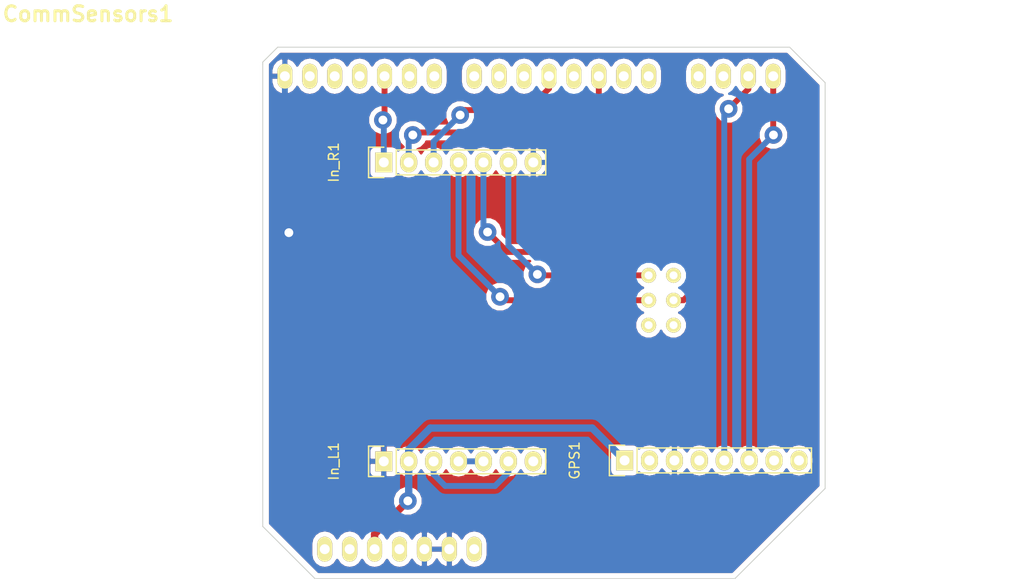
<source format=kicad_pcb>
(kicad_pcb (version 4) (host pcbnew 4.0.2+e4-6225~38~ubuntu15.10.1-stable)

  (general
    (links 17)
    (no_connects 0)
    (area 145.826414 46.1296 250.491601 105.523501)
    (thickness 1.6)
    (drawings 11)
    (tracks 69)
    (zones 0)
    (modules 4)
    (nets 13)
  )

  (page A4)
  (layers
    (0 F.Cu signal)
    (31 B.Cu signal)
    (32 B.Adhes user)
    (33 F.Adhes user)
    (34 B.Paste user)
    (35 F.Paste user)
    (36 B.SilkS user)
    (37 F.SilkS user)
    (38 B.Mask user)
    (39 F.Mask user)
    (40 Dwgs.User user)
    (41 Cmts.User user)
    (42 Eco1.User user)
    (43 Eco2.User user)
    (44 Edge.Cuts user)
    (45 Margin user)
    (46 B.CrtYd user)
    (47 F.CrtYd user)
    (48 B.Fab user)
    (49 F.Fab user)
  )

  (setup
    (last_trace_width 0.6)
    (trace_clearance 0.2)
    (zone_clearance 0.508)
    (zone_45_only no)
    (trace_min 0.2)
    (segment_width 0.2)
    (edge_width 0.1)
    (via_size 1.8)
    (via_drill 0.9)
    (via_min_size 0.4)
    (via_min_drill 0.3)
    (uvia_size 0.3)
    (uvia_drill 0.1)
    (uvias_allowed no)
    (uvia_min_size 0.2)
    (uvia_min_drill 0.1)
    (pcb_text_width 0.3)
    (pcb_text_size 1.5 1.5)
    (mod_edge_width 0.15)
    (mod_text_size 1 1)
    (mod_text_width 0.15)
    (pad_size 3.175 3.175)
    (pad_drill 3.175)
    (pad_to_mask_clearance 0)
    (aux_axis_origin 0 0)
    (visible_elements FFFFFF7F)
    (pcbplotparams
      (layerselection 0x010f0_80000001)
      (usegerberextensions true)
      (excludeedgelayer true)
      (linewidth 0.100000)
      (plotframeref false)
      (viasonmask false)
      (mode 1)
      (useauxorigin false)
      (hpglpennumber 1)
      (hpglpenspeed 20)
      (hpglpendiameter 15)
      (hpglpenoverlay 2)
      (psnegative false)
      (psa4output false)
      (plotreference true)
      (plotvalue true)
      (plotinvisibletext false)
      (padsonsilk false)
      (subtractmaskfromsilk false)
      (outputformat 1)
      (mirror false)
      (drillshape 0)
      (scaleselection 1)
      (outputdirectory Gerber/))
  )

  (net 0 "")
  (net 1 /RX)
  (net 2 /TX)
  (net 3 GND)
  (net 4 /3V3)
  (net 5 /NIRQ)
  (net 6 /NSEL)
  (net 7 /SDN)
  (net 8 /SDO)
  (net 9 /SCK)
  (net 10 /SDI)
  (net 11 /GPIO_1)
  (net 12 /GPIO_0)

  (net_class Default "This is the default net class."
    (clearance 0.2)
    (trace_width 0.6)
    (via_dia 1.8)
    (via_drill 0.9)
    (uvia_dia 0.3)
    (uvia_drill 0.1)
    (add_net /GPIO_0)
    (add_net /GPIO_1)
    (add_net /NIRQ)
    (add_net /NSEL)
    (add_net /RX)
    (add_net /SCK)
    (add_net /SDI)
    (add_net /SDN)
    (add_net /SDO)
    (add_net /TX)
    (add_net GND)
  )

  (net_class POWER ""
    (clearance 0.2)
    (trace_width 0.75)
    (via_dia 1.8)
    (via_drill 0.9)
    (uvia_dia 0.3)
    (uvia_drill 0.1)
    (add_net /3V3)
  )

  (module FT:ARDUINO_DUE_SHIELD locked (layer F.Cu) (tedit 574C904E) (tstamp 572FD36A)
    (at 148.5011 105.0036)
    (descr http://www.thingiverse.com/thing:9630)
    (path /572FAF38)
    (fp_text reference CommSensors1 (at 6.35 -57.15) (layer F.SilkS)
      (effects (font (thickness 0.3048)))
    )
    (fp_text value ARDUINO_DUE_SHIELD (at 13.97 -54.61) (layer F.SilkS) hide
      (effects (font (thickness 0.3048)))
    )
    (fp_line (start 0 -12.7) (end 12.065 -12.7) (layer Cmts.User) (width 0.127))
    (fp_line (start 12.065 -12.7) (end 12.065 0) (layer Cmts.User) (width 0.127))
    (fp_line (start 99.06 0) (end 0 0) (layer Cmts.User) (width 0.381))
    (fp_line (start 97.79 -53.34) (end 0 -53.34) (layer Cmts.User) (width 0.381))
    (fp_line (start 99.06 -40.64) (end 99.06 -52.07) (layer Cmts.User) (width 0.381))
    (fp_line (start 99.06 -52.07) (end 97.79 -53.34) (layer Cmts.User) (width 0.381))
    (fp_line (start 0 0) (end 0 -53.34) (layer Cmts.User) (width 0.381))
    (fp_line (start 99.06 -40.64) (end 101.6 -38.1) (layer Cmts.User) (width 0.381))
    (fp_line (start 101.6 -38.1) (end 101.6 -5.08) (layer Cmts.User) (width 0.381))
    (fp_line (start 101.6 -5.08) (end 99.06 -2.54) (layer Cmts.User) (width 0.381))
    (fp_line (start 99.06 -2.54) (end 99.06 0) (layer Cmts.User) (width 0.381))
    (pad 14 thru_hole oval (at 68.58 -50.8 90) (size 2.54 1.524) (drill 1.016) (layers *.Cu *.Mask F.SilkS))
    (pad 15 thru_hole oval (at 71.12 -50.8 90) (size 2.54 1.524) (drill 1.016) (layers *.Cu *.Mask F.SilkS))
    (pad 16 thru_hole oval (at 73.66 -50.8 90) (size 2.54 1.524) (drill 1.016) (layers *.Cu *.Mask F.SilkS)
      (net 1 /RX))
    (pad 17 thru_hole oval (at 76.2 -50.8 90) (size 2.54 1.524) (drill 1.016) (layers *.Cu *.Mask F.SilkS)
      (net 2 /TX))
    (pad V_IN thru_hole oval (at 45.72 -2.54 90) (size 2.54 1.524) (drill 1.016) (layers *.Cu *.Mask F.SilkS))
    (pad GND2 thru_hole oval (at 43.18 -2.54 90) (size 2.54 1.524) (drill 1.016) (layers *.Cu *.Mask F.SilkS)
      (net 3 GND))
    (pad GND1 thru_hole oval (at 40.64 -2.54 90) (size 2.54 1.524) (drill 1.016) (layers *.Cu *.Mask F.SilkS)
      (net 3 GND))
    (pad 3V3 thru_hole oval (at 35.56 -2.54 90) (size 2.54 1.524) (drill 1.016) (layers *.Cu *.Mask F.SilkS)
      (net 4 /3V3))
    (pad RST thru_hole oval (at 33.02 -2.54 90) (size 2.54 1.524) (drill 1.016) (layers *.Cu *.Mask F.SilkS))
    (pad 0 thru_hole oval (at 63.5 -50.8 90) (size 2.54 1.524) (drill 1.016) (layers *.Cu *.Mask F.SilkS))
    (pad 1 thru_hole oval (at 60.96 -50.8 90) (size 2.54 1.524) (drill 1.016) (layers *.Cu *.Mask F.SilkS))
    (pad 2 thru_hole oval (at 58.42 -50.8 90) (size 2.54 1.524) (drill 1.016) (layers *.Cu *.Mask F.SilkS)
      (net 5 /NIRQ))
    (pad 3 thru_hole oval (at 55.88 -50.8 90) (size 2.54 1.524) (drill 1.016) (layers *.Cu *.Mask F.SilkS))
    (pad 4 thru_hole oval (at 53.34 -50.8 90) (size 2.54 1.524) (drill 1.016) (layers *.Cu *.Mask F.SilkS)
      (net 6 /NSEL))
    (pad 5 thru_hole oval (at 50.8 -50.8 90) (size 2.54 1.524) (drill 1.016) (layers *.Cu *.Mask F.SilkS))
    (pad 6 thru_hole oval (at 48.26 -50.8 90) (size 2.54 1.524) (drill 1.016) (layers *.Cu *.Mask F.SilkS))
    (pad 7 thru_hole oval (at 45.72 -50.8 90) (size 2.54 1.524) (drill 1.016) (layers *.Cu *.Mask F.SilkS))
    (pad 8 thru_hole oval (at 41.656 -50.8 90) (size 2.54 1.524) (drill 1.016) (layers *.Cu *.Mask F.SilkS))
    (pad 9 thru_hole oval (at 39.116 -50.8 90) (size 2.54 1.524) (drill 1.016) (layers *.Cu *.Mask F.SilkS))
    (pad 10 thru_hole oval (at 36.576 -50.8 90) (size 2.54 1.524) (drill 1.016) (layers *.Cu *.Mask F.SilkS)
      (net 7 /SDN))
    (pad 11 thru_hole oval (at 34.036 -50.8 90) (size 2.54 1.524) (drill 1.016) (layers *.Cu *.Mask F.SilkS))
    (pad 12 thru_hole oval (at 31.496 -50.8 90) (size 2.54 1.524) (drill 1.016) (layers *.Cu *.Mask F.SilkS))
    (pad 13 thru_hole oval (at 28.956 -50.8 90) (size 2.54 1.524) (drill 1.016) (layers *.Cu *.Mask F.SilkS))
    (pad GND3 thru_hole oval (at 26.416 -50.8 90) (size 2.54 1.524) (drill 1.016) (layers *.Cu *.Mask F.SilkS)
      (net 3 GND))
    (pad 5V thru_hole oval (at 38.1 -2.54 90) (size 2.54 1.524) (drill 1.016) (layers *.Cu *.Mask F.SilkS))
    (pad SP1 thru_hole circle (at 63.5 -30.48) (size 1.524 1.524) (drill 0.8128) (layers *.Cu *.Mask F.SilkS)
      (net 8 /SDO))
    (pad SP2 thru_hole circle (at 66.04 -30.48) (size 1.524 1.524) (drill 0.8128) (layers *.Cu *.Mask F.SilkS))
    (pad SP3 thru_hole circle (at 63.5 -27.94) (size 1.524 1.524) (drill 0.8128) (layers *.Cu *.Mask F.SilkS)
      (net 9 /SCK))
    (pad SP4 thru_hole circle (at 66.04 -27.94) (size 1.524 1.524) (drill 0.8128) (layers *.Cu *.Mask F.SilkS)
      (net 10 /SDI))
    (pad SP5 thru_hole circle (at 63.5 -25.4) (size 1.524 1.524) (drill 0.8128) (layers *.Cu *.Mask F.SilkS))
    (pad SP6 thru_hole circle (at 66.04 -25.4) (size 1.524 1.524) (drill 0.8128) (layers *.Cu *.Mask F.SilkS))
    (pad IO_R thru_hole oval (at 30.48 -2.54 90) (size 2.54 1.524) (drill 1.016) (layers *.Cu *.Mask F.SilkS))
    (model packages3d\nick\ArduinoMegaShield.wrl
      (at (xyz 0 0 0))
      (scale (xyz 1 1 1))
      (rotate (xyz 0 0 0))
    )
  )

  (module Pin_Headers:Pin_Header_Straight_1x07 (layer F.Cu) (tedit 0) (tstamp 572FD375)
    (at 185 93.5 90)
    (descr "Through hole pin header")
    (tags "pin header")
    (path /564F8AED)
    (fp_text reference In_L1 (at 0 -5.1 90) (layer F.SilkS)
      (effects (font (size 1 1) (thickness 0.15)))
    )
    (fp_text value CONN_01X07 (at 0 -3.1 90) (layer F.Fab)
      (effects (font (size 1 1) (thickness 0.15)))
    )
    (fp_line (start -1.75 -1.75) (end -1.75 17) (layer F.CrtYd) (width 0.05))
    (fp_line (start 1.75 -1.75) (end 1.75 17) (layer F.CrtYd) (width 0.05))
    (fp_line (start -1.75 -1.75) (end 1.75 -1.75) (layer F.CrtYd) (width 0.05))
    (fp_line (start -1.75 17) (end 1.75 17) (layer F.CrtYd) (width 0.05))
    (fp_line (start 1.27 1.27) (end 1.27 16.51) (layer F.SilkS) (width 0.15))
    (fp_line (start 1.27 16.51) (end -1.27 16.51) (layer F.SilkS) (width 0.15))
    (fp_line (start -1.27 16.51) (end -1.27 1.27) (layer F.SilkS) (width 0.15))
    (fp_line (start 1.55 -1.55) (end 1.55 0) (layer F.SilkS) (width 0.15))
    (fp_line (start 1.27 1.27) (end -1.27 1.27) (layer F.SilkS) (width 0.15))
    (fp_line (start -1.55 0) (end -1.55 -1.55) (layer F.SilkS) (width 0.15))
    (fp_line (start -1.55 -1.55) (end 1.55 -1.55) (layer F.SilkS) (width 0.15))
    (pad 1 thru_hole rect (at 0 0 90) (size 2.032 1.7272) (drill 1.016) (layers *.Cu *.Mask F.SilkS)
      (net 3 GND))
    (pad 2 thru_hole oval (at 0 2.54 90) (size 2.032 1.7272) (drill 1.016) (layers *.Cu *.Mask F.SilkS)
      (net 4 /3V3))
    (pad 3 thru_hole oval (at 0 5.08 90) (size 2.032 1.7272) (drill 1.016) (layers *.Cu *.Mask F.SilkS)
      (net 11 /GPIO_1))
    (pad 4 thru_hole oval (at 0 7.62 90) (size 2.032 1.7272) (drill 1.016) (layers *.Cu *.Mask F.SilkS)
      (net 12 /GPIO_0))
    (pad 5 thru_hole oval (at 0 10.16 90) (size 2.032 1.7272) (drill 1.016) (layers *.Cu *.Mask F.SilkS)
      (net 12 /GPIO_0))
    (pad 6 thru_hole oval (at 0 12.7 90) (size 2.032 1.7272) (drill 1.016) (layers *.Cu *.Mask F.SilkS)
      (net 11 /GPIO_1))
    (pad 7 thru_hole oval (at 0 15.24 90) (size 2.032 1.7272) (drill 1.016) (layers *.Cu *.Mask F.SilkS))
    (model Pin_Headers.3dshapes/Pin_Header_Straight_1x07.wrl
      (at (xyz 0 -0.3 0))
      (scale (xyz 1 1 1))
      (rotate (xyz 0 0 90))
    )
  )

  (module Pin_Headers:Pin_Header_Straight_1x07 (layer F.Cu) (tedit 0) (tstamp 572FD380)
    (at 185 63 90)
    (descr "Through hole pin header")
    (tags "pin header")
    (path /564F8A95)
    (fp_text reference In_R1 (at 0 -5.1 90) (layer F.SilkS)
      (effects (font (size 1 1) (thickness 0.15)))
    )
    (fp_text value CONN_01X07 (at 0 -3.1 90) (layer F.Fab)
      (effects (font (size 1 1) (thickness 0.15)))
    )
    (fp_line (start -1.75 -1.75) (end -1.75 17) (layer F.CrtYd) (width 0.05))
    (fp_line (start 1.75 -1.75) (end 1.75 17) (layer F.CrtYd) (width 0.05))
    (fp_line (start -1.75 -1.75) (end 1.75 -1.75) (layer F.CrtYd) (width 0.05))
    (fp_line (start -1.75 17) (end 1.75 17) (layer F.CrtYd) (width 0.05))
    (fp_line (start 1.27 1.27) (end 1.27 16.51) (layer F.SilkS) (width 0.15))
    (fp_line (start 1.27 16.51) (end -1.27 16.51) (layer F.SilkS) (width 0.15))
    (fp_line (start -1.27 16.51) (end -1.27 1.27) (layer F.SilkS) (width 0.15))
    (fp_line (start 1.55 -1.55) (end 1.55 0) (layer F.SilkS) (width 0.15))
    (fp_line (start 1.27 1.27) (end -1.27 1.27) (layer F.SilkS) (width 0.15))
    (fp_line (start -1.55 0) (end -1.55 -1.55) (layer F.SilkS) (width 0.15))
    (fp_line (start -1.55 -1.55) (end 1.55 -1.55) (layer F.SilkS) (width 0.15))
    (pad 1 thru_hole rect (at 0 0 90) (size 2.032 1.7272) (drill 1.016) (layers *.Cu *.Mask F.SilkS)
      (net 7 /SDN))
    (pad 2 thru_hole oval (at 0 2.54 90) (size 2.032 1.7272) (drill 1.016) (layers *.Cu *.Mask F.SilkS)
      (net 5 /NIRQ))
    (pad 3 thru_hole oval (at 0 5.08 90) (size 2.032 1.7272) (drill 1.016) (layers *.Cu *.Mask F.SilkS)
      (net 6 /NSEL))
    (pad 4 thru_hole oval (at 0 7.62 90) (size 2.032 1.7272) (drill 1.016) (layers *.Cu *.Mask F.SilkS)
      (net 9 /SCK))
    (pad 5 thru_hole oval (at 0 10.16 90) (size 2.032 1.7272) (drill 1.016) (layers *.Cu *.Mask F.SilkS)
      (net 10 /SDI))
    (pad 6 thru_hole oval (at 0 12.7 90) (size 2.032 1.7272) (drill 1.016) (layers *.Cu *.Mask F.SilkS)
      (net 8 /SDO))
    (pad 7 thru_hole oval (at 0 15.24 90) (size 2.032 1.7272) (drill 1.016) (layers *.Cu *.Mask F.SilkS)
      (net 3 GND))
    (model Pin_Headers.3dshapes/Pin_Header_Straight_1x07.wrl
      (at (xyz 0 -0.3 0))
      (scale (xyz 1 1 1))
      (rotate (xyz 0 0 90))
    )
  )

  (module Pin_Headers:Pin_Header_Straight_1x08 (layer F.Cu) (tedit 0) (tstamp 572FD45F)
    (at 209.55 93.4085 90)
    (descr "Through hole pin header")
    (tags "pin header")
    (path /572FB51D)
    (fp_text reference GPS1 (at 0 -5.1 90) (layer F.SilkS)
      (effects (font (size 1 1) (thickness 0.15)))
    )
    (fp_text value CONN_01X08 (at 0 -3.1 90) (layer F.Fab)
      (effects (font (size 1 1) (thickness 0.15)))
    )
    (fp_line (start -1.75 -1.75) (end -1.75 19.55) (layer F.CrtYd) (width 0.05))
    (fp_line (start 1.75 -1.75) (end 1.75 19.55) (layer F.CrtYd) (width 0.05))
    (fp_line (start -1.75 -1.75) (end 1.75 -1.75) (layer F.CrtYd) (width 0.05))
    (fp_line (start -1.75 19.55) (end 1.75 19.55) (layer F.CrtYd) (width 0.05))
    (fp_line (start 1.27 1.27) (end 1.27 19.05) (layer F.SilkS) (width 0.15))
    (fp_line (start 1.27 19.05) (end -1.27 19.05) (layer F.SilkS) (width 0.15))
    (fp_line (start -1.27 19.05) (end -1.27 1.27) (layer F.SilkS) (width 0.15))
    (fp_line (start 1.55 -1.55) (end 1.55 0) (layer F.SilkS) (width 0.15))
    (fp_line (start 1.27 1.27) (end -1.27 1.27) (layer F.SilkS) (width 0.15))
    (fp_line (start -1.55 0) (end -1.55 -1.55) (layer F.SilkS) (width 0.15))
    (fp_line (start -1.55 -1.55) (end 1.55 -1.55) (layer F.SilkS) (width 0.15))
    (pad 1 thru_hole rect (at 0 0 90) (size 2.032 1.7272) (drill 1.016) (layers *.Cu *.Mask F.SilkS)
      (net 4 /3V3))
    (pad 2 thru_hole oval (at 0 2.54 90) (size 2.032 1.7272) (drill 1.016) (layers *.Cu *.Mask F.SilkS))
    (pad 3 thru_hole oval (at 0 5.08 90) (size 2.032 1.7272) (drill 1.016) (layers *.Cu *.Mask F.SilkS)
      (net 3 GND))
    (pad 4 thru_hole oval (at 0 7.62 90) (size 2.032 1.7272) (drill 1.016) (layers *.Cu *.Mask F.SilkS))
    (pad 5 thru_hole oval (at 0 10.16 90) (size 2.032 1.7272) (drill 1.016) (layers *.Cu *.Mask F.SilkS)
      (net 1 /RX))
    (pad 6 thru_hole oval (at 0 12.7 90) (size 2.032 1.7272) (drill 1.016) (layers *.Cu *.Mask F.SilkS)
      (net 2 /TX))
    (pad 7 thru_hole oval (at 0 15.24 90) (size 2.032 1.7272) (drill 1.016) (layers *.Cu *.Mask F.SilkS))
    (pad 8 thru_hole oval (at 0 17.78 90) (size 2.032 1.7272) (drill 1.016) (layers *.Cu *.Mask F.SilkS))
    (model Pin_Headers.3dshapes/Pin_Header_Straight_1x08.wrl
      (at (xyz 0 -0.35 0))
      (scale (xyz 1 1 1))
      (rotate (xyz 0 0 90))
    )
  )

  (gr_line (start 220.7895 105.4735) (end 220.853 105.41) (angle 90) (layer Edge.Cuts) (width 0.1))
  (gr_line (start 177.9905 105.4735) (end 220.7895 105.4735) (angle 90) (layer Edge.Cuts) (width 0.1))
  (gr_line (start 177.927 105.41) (end 177.9905 105.4735) (angle 90) (layer Edge.Cuts) (width 0.1))
  (gr_line (start 220.853 105.41) (end 229.997 96.266) (angle 90) (layer Edge.Cuts) (width 0.1))
  (gr_line (start 172.6565 100.1395) (end 177.927 105.41) (angle 90) (layer Edge.Cuts) (width 0.1))
  (gr_line (start 172.6565 52.7685) (end 172.6565 52.959) (angle 90) (layer Edge.Cuts) (width 0.1))
  (gr_line (start 174.1805 51.2445) (end 172.6565 52.7685) (angle 90) (layer Edge.Cuts) (width 0.1))
  (gr_line (start 226.3775 51.2445) (end 174.1805 51.2445) (angle 90) (layer Edge.Cuts) (width 0.1))
  (gr_line (start 229.997 54.864) (end 226.3775 51.2445) (angle 90) (layer Edge.Cuts) (width 0.1))
  (gr_line (start 229.997 96.266) (end 229.997 54.864) (angle 90) (layer Edge.Cuts) (width 0.1))
  (gr_line (start 172.6565 52.959) (end 172.6565 100.1395) (angle 90) (layer Edge.Cuts) (width 0.1))

  (segment (start 219.71 93.4085) (end 219.71 57.9755) (width 0.6) (layer B.Cu) (net 1))
  (segment (start 222.1611 55.5244) (end 222.1611 54.2036) (width 0.6) (layer F.Cu) (net 1) (tstamp 5730E770))
  (segment (start 220.1545 57.531) (end 222.1611 55.5244) (width 0.6) (layer F.Cu) (net 1) (tstamp 5730E76F))
  (via (at 220.1545 57.531) (size 1.8) (drill 0.9) (layers F.Cu B.Cu) (net 1))
  (segment (start 219.71 57.9755) (end 220.1545 57.531) (width 0.6) (layer B.Cu) (net 1) (tstamp 5730E767))
  (segment (start 222.25 93.4085) (end 222.25 62.6745) (width 0.6) (layer B.Cu) (net 2))
  (segment (start 224.7011 60.1726) (end 224.7011 54.2036) (width 0.6) (layer F.Cu) (net 2) (tstamp 5730E782))
  (segment (start 224.7265 60.198) (end 224.7011 60.1726) (width 0.6) (layer F.Cu) (net 2) (tstamp 5730E781))
  (via (at 224.7265 60.198) (size 1.8) (drill 0.9) (layers F.Cu B.Cu) (net 2))
  (segment (start 222.25 62.6745) (end 224.7265 60.198) (width 0.6) (layer B.Cu) (net 2) (tstamp 5730E773))
  (segment (start 185 93.5) (end 185 79.844) (width 0.6) (layer F.Cu) (net 3))
  (segment (start 174.9171 69.7611) (end 174.9171 54.2036) (width 0.6) (layer B.Cu) (net 3) (tstamp 574C8F3E))
  (segment (start 175.3235 70.1675) (end 174.9171 69.7611) (width 0.6) (layer B.Cu) (net 3) (tstamp 574C8F3D))
  (via (at 175.3235 70.1675) (size 1.8) (drill 0.9) (layers F.Cu B.Cu) (net 3))
  (segment (start 185 79.844) (end 175.3235 70.1675) (width 0.6) (layer F.Cu) (net 3) (tstamp 574C8F32))
  (segment (start 187.54 93.5) (end 187.54 92.3045) (width 0.75) (layer B.Cu) (net 4))
  (segment (start 206.248 90.1065) (end 209.55 93.4085) (width 0.75) (layer B.Cu) (net 4) (tstamp 5730E75E))
  (segment (start 189.738 90.1065) (end 206.248 90.1065) (width 0.75) (layer B.Cu) (net 4) (tstamp 5730E75D))
  (segment (start 187.54 92.3045) (end 189.738 90.1065) (width 0.75) (layer B.Cu) (net 4) (tstamp 5730E75B))
  (segment (start 184.0611 102.4636) (end 184.0611 100.9269) (width 0.75) (layer F.Cu) (net 4))
  (segment (start 187.54 97.448) (end 187.54 93.5) (width 0.75) (layer B.Cu) (net 4) (tstamp 5730031E))
  (segment (start 187.452 97.536) (end 187.54 97.448) (width 0.75) (layer B.Cu) (net 4) (tstamp 5730031D))
  (via (at 187.452 97.536) (size 1.8) (drill 0.9) (layers F.Cu B.Cu) (net 4))
  (segment (start 184.0611 100.9269) (end 187.452 97.536) (width 0.75) (layer F.Cu) (net 4) (tstamp 57300319))
  (segment (start 187.54 63) (end 187.54 60.618) (width 0.6) (layer B.Cu) (net 5))
  (segment (start 206.9211 56.2229) (end 206.9211 54.2036) (width 0.6) (layer F.Cu) (net 5) (tstamp 57300421))
  (segment (start 203.2 59.944) (end 206.9211 56.2229) (width 0.6) (layer F.Cu) (net 5) (tstamp 5730041D))
  (segment (start 188.214 59.944) (end 203.2 59.944) (width 0.6) (layer F.Cu) (net 5) (tstamp 5730041B))
  (segment (start 187.96 60.198) (end 188.214 59.944) (width 0.6) (layer F.Cu) (net 5) (tstamp 5730041A))
  (via (at 187.96 60.198) (size 1.8) (drill 0.9) (layers F.Cu B.Cu) (net 5))
  (segment (start 187.54 60.618) (end 187.96 60.198) (width 0.6) (layer B.Cu) (net 5) (tstamp 57300415))
  (segment (start 190.08 63) (end 190.08 60.872) (width 0.6) (layer B.Cu) (net 6))
  (segment (start 199.644 57.658) (end 201.8411 55.4609) (width 0.6) (layer F.Cu) (net 6) (tstamp 5730040E))
  (segment (start 193.294 57.658) (end 199.644 57.658) (width 0.6) (layer F.Cu) (net 6) (tstamp 5730040D))
  (segment (start 192.786 58.166) (end 193.294 57.658) (width 0.6) (layer F.Cu) (net 6) (tstamp 5730040C))
  (via (at 192.786 58.166) (size 1.8) (drill 0.9) (layers F.Cu B.Cu) (net 6))
  (segment (start 190.08 60.872) (end 192.786 58.166) (width 0.6) (layer B.Cu) (net 6) (tstamp 57300406))
  (segment (start 201.8411 55.4609) (end 201.8411 54.2036) (width 0.6) (layer F.Cu) (net 6) (tstamp 57300410))
  (segment (start 185 63) (end 185 58.762) (width 0.6) (layer B.Cu) (net 7))
  (segment (start 185.0771 58.5089) (end 185.0771 54.2036) (width 0.6) (layer F.Cu) (net 7) (tstamp 57300446))
  (segment (start 184.912 58.674) (end 185.0771 58.5089) (width 0.6) (layer F.Cu) (net 7) (tstamp 57300445))
  (via (at 184.912 58.674) (size 1.8) (drill 0.9) (layers F.Cu B.Cu) (net 7))
  (segment (start 185 58.762) (end 184.912 58.674) (width 0.6) (layer B.Cu) (net 7) (tstamp 57300440))
  (segment (start 185 54.2807) (end 185.0771 54.2036) (width 0.6) (layer B.Cu) (net 7) (tstamp 572FFFB6))
  (segment (start 197.7 63) (end 197.7 71.462) (width 0.6) (layer B.Cu) (net 8))
  (segment (start 200.7616 74.5236) (end 212.0011 74.5236) (width 0.6) (layer F.Cu) (net 8) (tstamp 5730029F))
  (segment (start 200.66 74.422) (end 200.7616 74.5236) (width 0.6) (layer F.Cu) (net 8) (tstamp 5730029E))
  (via (at 200.66 74.422) (size 1.8) (drill 0.9) (layers F.Cu B.Cu) (net 8))
  (segment (start 197.7 71.462) (end 200.66 74.422) (width 0.6) (layer B.Cu) (net 8) (tstamp 57300295))
  (segment (start 192.62 63) (end 192.62 72.478) (width 0.6) (layer B.Cu) (net 9))
  (segment (start 197.2056 77.0636) (end 212.0011 77.0636) (width 0.6) (layer F.Cu) (net 9) (tstamp 573002B0))
  (segment (start 196.85 76.708) (end 197.2056 77.0636) (width 0.6) (layer F.Cu) (net 9) (tstamp 573002AF))
  (via (at 196.85 76.708) (size 1.8) (drill 0.9) (layers F.Cu B.Cu) (net 9))
  (segment (start 192.62 72.478) (end 196.85 76.708) (width 0.6) (layer B.Cu) (net 9) (tstamp 573002A7))
  (segment (start 195.16 63) (end 195.16 69.684) (width 0.6) (layer B.Cu) (net 10))
  (segment (start 215.5444 77.0636) (end 214.5411 77.0636) (width 0.6) (layer F.Cu) (net 10) (tstamp 573002CE))
  (segment (start 216.662 75.946) (end 215.5444 77.0636) (width 0.6) (layer F.Cu) (net 10) (tstamp 573002CB))
  (segment (start 216.662 73.914) (end 216.662 75.946) (width 0.6) (layer F.Cu) (net 10) (tstamp 573002CA))
  (segment (start 214.884 72.136) (end 216.662 73.914) (width 0.6) (layer F.Cu) (net 10) (tstamp 573002C9))
  (segment (start 197.612 72.136) (end 214.884 72.136) (width 0.6) (layer F.Cu) (net 10) (tstamp 573002C7))
  (segment (start 195.58 70.104) (end 197.612 72.136) (width 0.6) (layer F.Cu) (net 10) (tstamp 573002C6))
  (via (at 195.58 70.104) (size 1.8) (drill 0.9) (layers F.Cu B.Cu) (net 10))
  (segment (start 195.16 69.684) (end 195.58 70.104) (width 0.6) (layer B.Cu) (net 10) (tstamp 573002C3))
  (segment (start 190.08 93.5) (end 190.08 94.83) (width 0.6) (layer B.Cu) (net 11))
  (segment (start 197.7 94.654) (end 197.7 93.5) (width 0.6) (layer B.Cu) (net 11) (tstamp 572FFFD6))
  (segment (start 196.342 96.012) (end 197.7 94.654) (width 0.6) (layer B.Cu) (net 11) (tstamp 572FFFCF))
  (segment (start 191.262 96.012) (end 196.342 96.012) (width 0.6) (layer B.Cu) (net 11) (tstamp 572FFFCC))
  (segment (start 190.08 94.83) (end 191.262 96.012) (width 0.6) (layer B.Cu) (net 11) (tstamp 572FFFCB))
  (segment (start 192.62 93.5) (end 195.16 93.5) (width 0.6) (layer B.Cu) (net 12))

  (zone (net 3) (net_name GND) (layer F.Cu) (tstamp 5730EA09) (hatch edge 0.508)
    (connect_pads (clearance 0.508))
    (min_thickness 0.254)
    (fill yes (arc_segments 16) (thermal_gap 0.508) (thermal_bridge_width 0.508))
    (polygon
      (pts
        (xy 178.308 104.902) (xy 220.5355 104.902) (xy 229.4255 96.012) (xy 229.4255 55.118) (xy 226.1235 51.816)
        (xy 175.133 51.816) (xy 174.752 51.816) (xy 174.498 51.816) (xy 174.4345 51.816) (xy 174.117 52.1335)
        (xy 173.7995 52.451) (xy 173.4185 52.832) (xy 173.2915 52.959) (xy 173.2915 55.6895) (xy 173.2915 58.039)
        (xy 173.2915 60.2615) (xy 173.2915 63.1825) (xy 173.2915 65.532) (xy 173.2915 68.072) (xy 173.2915 70.5485)
        (xy 173.2915 73.0885) (xy 173.2915 75.565) (xy 173.2915 77.5335) (xy 173.2915 81.026) (xy 173.2915 83.6295)
        (xy 173.2915 85.7885) (xy 173.2915 87.5665) (xy 173.2915 90.043) (xy 173.2915 92.3925) (xy 173.2915 94.8055)
        (xy 173.2915 96.774) (xy 173.2915 99.314) (xy 173.2915 99.8855) (xy 178.308 104.902)
      )
    )
    (filled_polygon
      (pts
        (xy 229.2985 55.170606) (xy 229.2985 95.959394) (xy 220.482894 104.775) (xy 178.360606 104.775) (xy 175.503885 101.918279)
        (xy 177.5841 101.918279) (xy 177.5841 103.008921) (xy 177.69044 103.54353) (xy 177.993272 103.996749) (xy 178.446491 104.299581)
        (xy 178.9811 104.405921) (xy 179.515709 104.299581) (xy 179.968928 103.996749) (xy 180.2511 103.57445) (xy 180.533272 103.996749)
        (xy 180.986491 104.299581) (xy 181.5211 104.405921) (xy 182.055709 104.299581) (xy 182.508928 103.996749) (xy 182.7911 103.57445)
        (xy 183.073272 103.996749) (xy 183.526491 104.299581) (xy 184.0611 104.405921) (xy 184.595709 104.299581) (xy 185.048928 103.996749)
        (xy 185.3311 103.57445) (xy 185.613272 103.996749) (xy 186.066491 104.299581) (xy 186.6011 104.405921) (xy 187.135709 104.299581)
        (xy 187.588928 103.996749) (xy 187.88043 103.560487) (xy 187.899041 103.623541) (xy 188.243074 104.04923) (xy 188.723823 104.31086)
        (xy 188.79803 104.32582) (xy 189.0141 104.20332) (xy 189.0141 102.5906) (xy 189.2681 102.5906) (xy 189.2681 104.20332)
        (xy 189.48417 104.32582) (xy 189.558377 104.31086) (xy 190.039126 104.04923) (xy 190.383159 103.623541) (xy 190.4111 103.528877)
        (xy 190.439041 103.623541) (xy 190.783074 104.04923) (xy 191.263823 104.31086) (xy 191.33803 104.32582) (xy 191.5541 104.20332)
        (xy 191.5541 102.5906) (xy 189.2681 102.5906) (xy 189.0141 102.5906) (xy 188.9941 102.5906) (xy 188.9941 102.3366)
        (xy 189.0141 102.3366) (xy 189.0141 100.72388) (xy 189.2681 100.72388) (xy 189.2681 102.3366) (xy 191.5541 102.3366)
        (xy 191.5541 100.72388) (xy 191.8081 100.72388) (xy 191.8081 102.3366) (xy 191.8281 102.3366) (xy 191.8281 102.5906)
        (xy 191.8081 102.5906) (xy 191.8081 104.20332) (xy 192.02417 104.32582) (xy 192.098377 104.31086) (xy 192.579126 104.04923)
        (xy 192.923159 103.623541) (xy 192.94177 103.560487) (xy 193.233272 103.996749) (xy 193.686491 104.299581) (xy 194.2211 104.405921)
        (xy 194.755709 104.299581) (xy 195.208928 103.996749) (xy 195.51176 103.54353) (xy 195.6181 103.008921) (xy 195.6181 101.918279)
        (xy 195.51176 101.38367) (xy 195.208928 100.930451) (xy 194.755709 100.627619) (xy 194.2211 100.521279) (xy 193.686491 100.627619)
        (xy 193.233272 100.930451) (xy 192.94177 101.366713) (xy 192.923159 101.303659) (xy 192.579126 100.87797) (xy 192.098377 100.61634)
        (xy 192.02417 100.60138) (xy 191.8081 100.72388) (xy 191.5541 100.72388) (xy 191.33803 100.60138) (xy 191.263823 100.61634)
        (xy 190.783074 100.87797) (xy 190.439041 101.303659) (xy 190.4111 101.398323) (xy 190.383159 101.303659) (xy 190.039126 100.87797)
        (xy 189.558377 100.61634) (xy 189.48417 100.60138) (xy 189.2681 100.72388) (xy 189.0141 100.72388) (xy 188.79803 100.60138)
        (xy 188.723823 100.61634) (xy 188.243074 100.87797) (xy 187.899041 101.303659) (xy 187.88043 101.366713) (xy 187.588928 100.930451)
        (xy 187.135709 100.627619) (xy 186.6011 100.521279) (xy 186.066491 100.627619) (xy 185.613272 100.930451) (xy 185.3311 101.35275)
        (xy 185.223957 101.192399) (xy 187.345449 99.070907) (xy 187.755991 99.071265) (xy 188.320371 98.838068) (xy 188.752551 98.406643)
        (xy 188.986733 97.84267) (xy 188.987265 97.232009) (xy 188.754068 96.667629) (xy 188.322643 96.235449) (xy 187.75867 96.001267)
        (xy 187.148009 96.000735) (xy 186.583629 96.233932) (xy 186.151449 96.665357) (xy 185.917267 97.22933) (xy 185.916907 97.642737)
        (xy 183.346922 100.212722) (xy 183.127982 100.54039) (xy 183.0511 100.9269) (xy 183.0511 100.963634) (xy 182.7911 101.35275)
        (xy 182.508928 100.930451) (xy 182.055709 100.627619) (xy 181.5211 100.521279) (xy 180.986491 100.627619) (xy 180.533272 100.930451)
        (xy 180.2511 101.35275) (xy 179.968928 100.930451) (xy 179.515709 100.627619) (xy 178.9811 100.521279) (xy 178.446491 100.627619)
        (xy 177.993272 100.930451) (xy 177.69044 101.38367) (xy 177.5841 101.918279) (xy 175.503885 101.918279) (xy 173.4185 99.832894)
        (xy 173.4185 93.78575) (xy 183.5014 93.78575) (xy 183.5014 94.642309) (xy 183.598073 94.875698) (xy 183.776701 95.054327)
        (xy 184.01009 95.151) (xy 184.71425 95.151) (xy 184.873 94.99225) (xy 184.873 93.627) (xy 183.66015 93.627)
        (xy 183.5014 93.78575) (xy 173.4185 93.78575) (xy 173.4185 92.357691) (xy 183.5014 92.357691) (xy 183.5014 93.21425)
        (xy 183.66015 93.373) (xy 184.873 93.373) (xy 184.873 92.00775) (xy 185.127 92.00775) (xy 185.127 93.373)
        (xy 185.147 93.373) (xy 185.147 93.627) (xy 185.127 93.627) (xy 185.127 94.99225) (xy 185.28575 95.151)
        (xy 185.98991 95.151) (xy 186.223299 95.054327) (xy 186.401927 94.875698) (xy 186.4655 94.72222) (xy 186.48033 94.744415)
        (xy 186.966511 95.069271) (xy 187.54 95.183345) (xy 188.113489 95.069271) (xy 188.59967 94.744415) (xy 188.81 94.429634)
        (xy 189.02033 94.744415) (xy 189.506511 95.069271) (xy 190.08 95.183345) (xy 190.653489 95.069271) (xy 191.13967 94.744415)
        (xy 191.35 94.429634) (xy 191.56033 94.744415) (xy 192.046511 95.069271) (xy 192.62 95.183345) (xy 193.193489 95.069271)
        (xy 193.67967 94.744415) (xy 193.89 94.429634) (xy 194.10033 94.744415) (xy 194.586511 95.069271) (xy 195.16 95.183345)
        (xy 195.733489 95.069271) (xy 196.21967 94.744415) (xy 196.43 94.429634) (xy 196.64033 94.744415) (xy 197.126511 95.069271)
        (xy 197.7 95.183345) (xy 198.273489 95.069271) (xy 198.75967 94.744415) (xy 198.97 94.429634) (xy 199.18033 94.744415)
        (xy 199.666511 95.069271) (xy 200.24 95.183345) (xy 200.813489 95.069271) (xy 201.29967 94.744415) (xy 201.624526 94.258234)
        (xy 201.7386 93.684745) (xy 201.7386 93.315255) (xy 201.624526 92.741766) (xy 201.391154 92.3925) (xy 208.03896 92.3925)
        (xy 208.03896 94.4245) (xy 208.083238 94.659817) (xy 208.22231 94.875941) (xy 208.43451 95.020931) (xy 208.6864 95.07194)
        (xy 210.4136 95.07194) (xy 210.648917 95.027662) (xy 210.865041 94.88859) (xy 211.010031 94.67639) (xy 211.0184 94.635061)
        (xy 211.03033 94.652915) (xy 211.516511 94.977771) (xy 212.09 95.091845) (xy 212.663489 94.977771) (xy 213.14967 94.652915)
        (xy 213.356461 94.343431) (xy 213.727964 94.759232) (xy 214.255209 95.013209) (xy 214.270974 95.015858) (xy 214.503 94.894717)
        (xy 214.503 93.5355) (xy 214.483 93.5355) (xy 214.483 93.2815) (xy 214.503 93.2815) (xy 214.503 91.922283)
        (xy 214.757 91.922283) (xy 214.757 93.2815) (xy 214.777 93.2815) (xy 214.777 93.5355) (xy 214.757 93.5355)
        (xy 214.757 94.894717) (xy 214.989026 95.015858) (xy 215.004791 95.013209) (xy 215.532036 94.759232) (xy 215.903539 94.343431)
        (xy 216.11033 94.652915) (xy 216.596511 94.977771) (xy 217.17 95.091845) (xy 217.743489 94.977771) (xy 218.22967 94.652915)
        (xy 218.44 94.338134) (xy 218.65033 94.652915) (xy 219.136511 94.977771) (xy 219.71 95.091845) (xy 220.283489 94.977771)
        (xy 220.76967 94.652915) (xy 220.98 94.338134) (xy 221.19033 94.652915) (xy 221.676511 94.977771) (xy 222.25 95.091845)
        (xy 222.823489 94.977771) (xy 223.30967 94.652915) (xy 223.52 94.338134) (xy 223.73033 94.652915) (xy 224.216511 94.977771)
        (xy 224.79 95.091845) (xy 225.363489 94.977771) (xy 225.84967 94.652915) (xy 226.06 94.338134) (xy 226.27033 94.652915)
        (xy 226.756511 94.977771) (xy 227.33 95.091845) (xy 227.903489 94.977771) (xy 228.38967 94.652915) (xy 228.714526 94.166734)
        (xy 228.8286 93.593245) (xy 228.8286 93.223755) (xy 228.714526 92.650266) (xy 228.38967 92.164085) (xy 227.903489 91.839229)
        (xy 227.33 91.725155) (xy 226.756511 91.839229) (xy 226.27033 92.164085) (xy 226.06 92.478866) (xy 225.84967 92.164085)
        (xy 225.363489 91.839229) (xy 224.79 91.725155) (xy 224.216511 91.839229) (xy 223.73033 92.164085) (xy 223.52 92.478866)
        (xy 223.30967 92.164085) (xy 222.823489 91.839229) (xy 222.25 91.725155) (xy 221.676511 91.839229) (xy 221.19033 92.164085)
        (xy 220.98 92.478866) (xy 220.76967 92.164085) (xy 220.283489 91.839229) (xy 219.71 91.725155) (xy 219.136511 91.839229)
        (xy 218.65033 92.164085) (xy 218.44 92.478866) (xy 218.22967 92.164085) (xy 217.743489 91.839229) (xy 217.17 91.725155)
        (xy 216.596511 91.839229) (xy 216.11033 92.164085) (xy 215.903539 92.473569) (xy 215.532036 92.057768) (xy 215.004791 91.803791)
        (xy 214.989026 91.801142) (xy 214.757 91.922283) (xy 214.503 91.922283) (xy 214.270974 91.801142) (xy 214.255209 91.803791)
        (xy 213.727964 92.057768) (xy 213.356461 92.473569) (xy 213.14967 92.164085) (xy 212.663489 91.839229) (xy 212.09 91.725155)
        (xy 211.516511 91.839229) (xy 211.03033 92.164085) (xy 211.020757 92.178413) (xy 211.016762 92.157183) (xy 210.87769 91.941059)
        (xy 210.66549 91.796069) (xy 210.4136 91.74506) (xy 208.6864 91.74506) (xy 208.451083 91.789338) (xy 208.234959 91.92841)
        (xy 208.089969 92.14061) (xy 208.03896 92.3925) (xy 201.391154 92.3925) (xy 201.29967 92.255585) (xy 200.813489 91.930729)
        (xy 200.24 91.816655) (xy 199.666511 91.930729) (xy 199.18033 92.255585) (xy 198.97 92.570366) (xy 198.75967 92.255585)
        (xy 198.273489 91.930729) (xy 197.7 91.816655) (xy 197.126511 91.930729) (xy 196.64033 92.255585) (xy 196.43 92.570366)
        (xy 196.21967 92.255585) (xy 195.733489 91.930729) (xy 195.16 91.816655) (xy 194.586511 91.930729) (xy 194.10033 92.255585)
        (xy 193.89 92.570366) (xy 193.67967 92.255585) (xy 193.193489 91.930729) (xy 192.62 91.816655) (xy 192.046511 91.930729)
        (xy 191.56033 92.255585) (xy 191.35 92.570366) (xy 191.13967 92.255585) (xy 190.653489 91.930729) (xy 190.08 91.816655)
        (xy 189.506511 91.930729) (xy 189.02033 92.255585) (xy 188.81 92.570366) (xy 188.59967 92.255585) (xy 188.113489 91.930729)
        (xy 187.54 91.816655) (xy 186.966511 91.930729) (xy 186.48033 92.255585) (xy 186.4655 92.27778) (xy 186.401927 92.124302)
        (xy 186.223299 91.945673) (xy 185.98991 91.849) (xy 185.28575 91.849) (xy 185.127 92.00775) (xy 184.873 92.00775)
        (xy 184.71425 91.849) (xy 184.01009 91.849) (xy 183.776701 91.945673) (xy 183.598073 92.124302) (xy 183.5014 92.357691)
        (xy 173.4185 92.357691) (xy 173.4185 70.407991) (xy 194.044735 70.407991) (xy 194.277932 70.972371) (xy 194.709357 71.404551)
        (xy 195.27333 71.638733) (xy 195.792896 71.639186) (xy 196.950855 72.797145) (xy 197.254191 72.999827) (xy 197.612 73.071)
        (xy 199.910054 73.071) (xy 199.791629 73.119932) (xy 199.359449 73.551357) (xy 199.125267 74.11533) (xy 199.124735 74.725991)
        (xy 199.357932 75.290371) (xy 199.789357 75.722551) (xy 200.35333 75.956733) (xy 200.963991 75.957265) (xy 201.528371 75.724068)
        (xy 201.794304 75.4586) (xy 210.960535 75.4586) (xy 211.20873 75.707229) (xy 211.416612 75.793549) (xy 211.210797 75.87859)
        (xy 210.96035 76.1286) (xy 198.271468 76.1286) (xy 198.152068 75.839629) (xy 197.720643 75.407449) (xy 197.15667 75.173267)
        (xy 196.546009 75.172735) (xy 195.981629 75.405932) (xy 195.549449 75.837357) (xy 195.315267 76.40133) (xy 195.314735 77.011991)
        (xy 195.547932 77.576371) (xy 195.979357 78.008551) (xy 196.54333 78.242733) (xy 197.153991 78.243265) (xy 197.718371 78.010068)
        (xy 197.729859 77.9986) (xy 210.960535 77.9986) (xy 211.20873 78.247229) (xy 211.416612 78.333549) (xy 211.210797 78.41859)
        (xy 210.817471 78.81123) (xy 210.604343 79.3245) (xy 210.603858 79.880261) (xy 210.81609 80.393903) (xy 211.20873 80.787229)
        (xy 211.722 81.000357) (xy 212.277761 81.000842) (xy 212.791403 80.78861) (xy 213.184729 80.39597) (xy 213.271049 80.188088)
        (xy 213.35609 80.393903) (xy 213.74873 80.787229) (xy 214.262 81.000357) (xy 214.817761 81.000842) (xy 215.331403 80.78861)
        (xy 215.724729 80.39597) (xy 215.937857 79.8827) (xy 215.938342 79.326939) (xy 215.72611 78.813297) (xy 215.33347 78.419971)
        (xy 215.125588 78.333651) (xy 215.331403 78.24861) (xy 215.591169 77.989297) (xy 215.902209 77.927427) (xy 216.205545 77.724745)
        (xy 217.323145 76.607145) (xy 217.525827 76.303809) (xy 217.597 75.946) (xy 217.597 73.914) (xy 217.525827 73.556191)
        (xy 217.323145 73.252855) (xy 215.545145 71.474855) (xy 215.241809 71.272173) (xy 214.884 71.201) (xy 197.99929 71.201)
        (xy 197.114815 70.316525) (xy 197.115265 69.800009) (xy 196.882068 69.235629) (xy 196.450643 68.803449) (xy 195.88667 68.569267)
        (xy 195.276009 68.568735) (xy 194.711629 68.801932) (xy 194.279449 69.233357) (xy 194.045267 69.79733) (xy 194.044735 70.407991)
        (xy 173.4185 70.407991) (xy 173.4185 61.984) (xy 183.48896 61.984) (xy 183.48896 64.016) (xy 183.533238 64.251317)
        (xy 183.67231 64.467441) (xy 183.88451 64.612431) (xy 184.1364 64.66344) (xy 185.8636 64.66344) (xy 186.098917 64.619162)
        (xy 186.315041 64.48009) (xy 186.460031 64.26789) (xy 186.4684 64.226561) (xy 186.48033 64.244415) (xy 186.966511 64.569271)
        (xy 187.54 64.683345) (xy 188.113489 64.569271) (xy 188.59967 64.244415) (xy 188.81 63.929634) (xy 189.02033 64.244415)
        (xy 189.506511 64.569271) (xy 190.08 64.683345) (xy 190.653489 64.569271) (xy 191.13967 64.244415) (xy 191.35 63.929634)
        (xy 191.56033 64.244415) (xy 192.046511 64.569271) (xy 192.62 64.683345) (xy 193.193489 64.569271) (xy 193.67967 64.244415)
        (xy 193.89 63.929634) (xy 194.10033 64.244415) (xy 194.586511 64.569271) (xy 195.16 64.683345) (xy 195.733489 64.569271)
        (xy 196.21967 64.244415) (xy 196.43 63.929634) (xy 196.64033 64.244415) (xy 197.126511 64.569271) (xy 197.7 64.683345)
        (xy 198.273489 64.569271) (xy 198.75967 64.244415) (xy 198.966461 63.934931) (xy 199.337964 64.350732) (xy 199.865209 64.604709)
        (xy 199.880974 64.607358) (xy 200.113 64.486217) (xy 200.113 63.127) (xy 200.367 63.127) (xy 200.367 64.486217)
        (xy 200.599026 64.607358) (xy 200.614791 64.604709) (xy 201.142036 64.350732) (xy 201.531954 63.91432) (xy 201.725184 63.361913)
        (xy 201.580924 63.127) (xy 200.367 63.127) (xy 200.113 63.127) (xy 200.093 63.127) (xy 200.093 62.873)
        (xy 200.113 62.873) (xy 200.113 61.513783) (xy 200.367 61.513783) (xy 200.367 62.873) (xy 201.580924 62.873)
        (xy 201.725184 62.638087) (xy 201.531954 62.08568) (xy 201.142036 61.649268) (xy 200.614791 61.395291) (xy 200.599026 61.392642)
        (xy 200.367 61.513783) (xy 200.113 61.513783) (xy 199.880974 61.392642) (xy 199.865209 61.395291) (xy 199.337964 61.649268)
        (xy 198.966461 62.065069) (xy 198.75967 61.755585) (xy 198.273489 61.430729) (xy 197.7 61.316655) (xy 197.126511 61.430729)
        (xy 196.64033 61.755585) (xy 196.43 62.070366) (xy 196.21967 61.755585) (xy 195.733489 61.430729) (xy 195.16 61.316655)
        (xy 194.586511 61.430729) (xy 194.10033 61.755585) (xy 193.89 62.070366) (xy 193.67967 61.755585) (xy 193.193489 61.430729)
        (xy 192.62 61.316655) (xy 192.046511 61.430729) (xy 191.56033 61.755585) (xy 191.35 62.070366) (xy 191.13967 61.755585)
        (xy 190.653489 61.430729) (xy 190.08 61.316655) (xy 189.506511 61.430729) (xy 189.02033 61.755585) (xy 188.81 62.070366)
        (xy 188.59967 61.755585) (xy 188.450767 61.656091) (xy 188.828371 61.500068) (xy 189.260551 61.068643) (xy 189.339298 60.879)
        (xy 203.2 60.879) (xy 203.557809 60.807827) (xy 203.861145 60.605145) (xy 207.582245 56.884045) (xy 207.784927 56.580709)
        (xy 207.8561 56.2229) (xy 207.8561 55.772048) (xy 207.908928 55.736749) (xy 208.1911 55.31445) (xy 208.473272 55.736749)
        (xy 208.926491 56.039581) (xy 209.4611 56.145921) (xy 209.995709 56.039581) (xy 210.448928 55.736749) (xy 210.7311 55.31445)
        (xy 211.013272 55.736749) (xy 211.466491 56.039581) (xy 212.0011 56.145921) (xy 212.535709 56.039581) (xy 212.988928 55.736749)
        (xy 213.29176 55.28353) (xy 213.3981 54.748921) (xy 213.3981 53.658279) (xy 215.6841 53.658279) (xy 215.6841 54.748921)
        (xy 215.79044 55.28353) (xy 216.093272 55.736749) (xy 216.546491 56.039581) (xy 217.0811 56.145921) (xy 217.615709 56.039581)
        (xy 218.068928 55.736749) (xy 218.3511 55.31445) (xy 218.633272 55.736749) (xy 219.086491 56.039581) (xy 219.530599 56.127919)
        (xy 219.286129 56.228932) (xy 218.853949 56.660357) (xy 218.619767 57.22433) (xy 218.619235 57.834991) (xy 218.852432 58.399371)
        (xy 219.283857 58.831551) (xy 219.84783 59.065733) (xy 220.458491 59.066265) (xy 221.022871 58.833068) (xy 221.455051 58.401643)
        (xy 221.689233 57.83767) (xy 221.689686 57.318104) (xy 222.822245 56.185545) (xy 223.024927 55.882209) (xy 223.039289 55.810008)
        (xy 223.148928 55.736749) (xy 223.4311 55.31445) (xy 223.713272 55.736749) (xy 223.7661 55.772048) (xy 223.7661 58.9878)
        (xy 223.425949 59.327357) (xy 223.191767 59.89133) (xy 223.191235 60.501991) (xy 223.424432 61.066371) (xy 223.855857 61.498551)
        (xy 224.41983 61.732733) (xy 225.030491 61.733265) (xy 225.594871 61.500068) (xy 226.027051 61.068643) (xy 226.261233 60.50467)
        (xy 226.261765 59.894009) (xy 226.028568 59.329629) (xy 225.6361 58.936474) (xy 225.6361 55.772048) (xy 225.688928 55.736749)
        (xy 225.99176 55.28353) (xy 226.0981 54.748921) (xy 226.0981 53.658279) (xy 225.99176 53.12367) (xy 225.688928 52.670451)
        (xy 225.235709 52.367619) (xy 224.7011 52.261279) (xy 224.166491 52.367619) (xy 223.713272 52.670451) (xy 223.4311 53.09275)
        (xy 223.148928 52.670451) (xy 222.695709 52.367619) (xy 222.1611 52.261279) (xy 221.626491 52.367619) (xy 221.173272 52.670451)
        (xy 220.8911 53.09275) (xy 220.608928 52.670451) (xy 220.155709 52.367619) (xy 219.6211 52.261279) (xy 219.086491 52.367619)
        (xy 218.633272 52.670451) (xy 218.3511 53.09275) (xy 218.068928 52.670451) (xy 217.615709 52.367619) (xy 217.0811 52.261279)
        (xy 216.546491 52.367619) (xy 216.093272 52.670451) (xy 215.79044 53.12367) (xy 215.6841 53.658279) (xy 213.3981 53.658279)
        (xy 213.29176 53.12367) (xy 212.988928 52.670451) (xy 212.535709 52.367619) (xy 212.0011 52.261279) (xy 211.466491 52.367619)
        (xy 211.013272 52.670451) (xy 210.7311 53.09275) (xy 210.448928 52.670451) (xy 209.995709 52.367619) (xy 209.4611 52.261279)
        (xy 208.926491 52.367619) (xy 208.473272 52.670451) (xy 208.1911 53.09275) (xy 207.908928 52.670451) (xy 207.455709 52.367619)
        (xy 206.9211 52.261279) (xy 206.386491 52.367619) (xy 205.933272 52.670451) (xy 205.6511 53.09275) (xy 205.368928 52.670451)
        (xy 204.915709 52.367619) (xy 204.3811 52.261279) (xy 203.846491 52.367619) (xy 203.393272 52.670451) (xy 203.1111 53.09275)
        (xy 202.828928 52.670451) (xy 202.375709 52.367619) (xy 201.8411 52.261279) (xy 201.306491 52.367619) (xy 200.853272 52.670451)
        (xy 200.5711 53.09275) (xy 200.288928 52.670451) (xy 199.835709 52.367619) (xy 199.3011 52.261279) (xy 198.766491 52.367619)
        (xy 198.313272 52.670451) (xy 198.0311 53.09275) (xy 197.748928 52.670451) (xy 197.295709 52.367619) (xy 196.7611 52.261279)
        (xy 196.226491 52.367619) (xy 195.773272 52.670451) (xy 195.4911 53.09275) (xy 195.208928 52.670451) (xy 194.755709 52.367619)
        (xy 194.2211 52.261279) (xy 193.686491 52.367619) (xy 193.233272 52.670451) (xy 192.93044 53.12367) (xy 192.8241 53.658279)
        (xy 192.8241 54.748921) (xy 192.93044 55.28353) (xy 193.233272 55.736749) (xy 193.686491 56.039581) (xy 194.2211 56.145921)
        (xy 194.755709 56.039581) (xy 195.208928 55.736749) (xy 195.4911 55.31445) (xy 195.773272 55.736749) (xy 196.226491 56.039581)
        (xy 196.7611 56.145921) (xy 197.295709 56.039581) (xy 197.748928 55.736749) (xy 198.0311 55.31445) (xy 198.313272 55.736749)
        (xy 198.766491 56.039581) (xy 199.3011 56.145921) (xy 199.835709 56.039581) (xy 200.150398 55.829312) (xy 199.25671 56.723)
        (xy 193.313588 56.723) (xy 193.09267 56.631267) (xy 192.482009 56.630735) (xy 191.917629 56.863932) (xy 191.485449 57.295357)
        (xy 191.251267 57.85933) (xy 191.250735 58.469991) (xy 191.473449 59.009) (xy 188.941999 59.009) (xy 188.830643 58.897449)
        (xy 188.26667 58.663267) (xy 187.656009 58.662735) (xy 187.091629 58.895932) (xy 186.659449 59.327357) (xy 186.425267 59.89133)
        (xy 186.424735 60.501991) (xy 186.657932 61.066371) (xy 187.012518 61.421578) (xy 186.966511 61.430729) (xy 186.48033 61.755585)
        (xy 186.470757 61.769913) (xy 186.466762 61.748683) (xy 186.32769 61.532559) (xy 186.11549 61.387569) (xy 185.8636 61.33656)
        (xy 184.1364 61.33656) (xy 183.901083 61.380838) (xy 183.684959 61.51991) (xy 183.539969 61.73211) (xy 183.48896 61.984)
        (xy 173.4185 61.984) (xy 173.4185 54.3306) (xy 173.5201 54.3306) (xy 173.5201 54.8386) (xy 173.675041 55.363541)
        (xy 174.019074 55.78923) (xy 174.499823 56.05086) (xy 174.57403 56.06582) (xy 174.7901 55.94332) (xy 174.7901 54.3306)
        (xy 173.5201 54.3306) (xy 173.4185 54.3306) (xy 173.4185 53.5686) (xy 173.5201 53.5686) (xy 173.5201 54.0766)
        (xy 174.7901 54.0766) (xy 174.7901 52.46388) (xy 175.0441 52.46388) (xy 175.0441 54.0766) (xy 175.0641 54.0766)
        (xy 175.0641 54.3306) (xy 175.0441 54.3306) (xy 175.0441 55.94332) (xy 175.26017 56.06582) (xy 175.334377 56.05086)
        (xy 175.815126 55.78923) (xy 176.159159 55.363541) (xy 176.17777 55.300487) (xy 176.469272 55.736749) (xy 176.922491 56.039581)
        (xy 177.4571 56.145921) (xy 177.991709 56.039581) (xy 178.444928 55.736749) (xy 178.7271 55.31445) (xy 179.009272 55.736749)
        (xy 179.462491 56.039581) (xy 179.9971 56.145921) (xy 180.531709 56.039581) (xy 180.984928 55.736749) (xy 181.2671 55.31445)
        (xy 181.549272 55.736749) (xy 182.002491 56.039581) (xy 182.5371 56.145921) (xy 183.071709 56.039581) (xy 183.524928 55.736749)
        (xy 183.8071 55.31445) (xy 184.089272 55.736749) (xy 184.1421 55.772048) (xy 184.1421 57.331245) (xy 184.043629 57.371932)
        (xy 183.611449 57.803357) (xy 183.377267 58.36733) (xy 183.376735 58.977991) (xy 183.609932 59.542371) (xy 184.041357 59.974551)
        (xy 184.60533 60.208733) (xy 185.215991 60.209265) (xy 185.780371 59.976068) (xy 186.212551 59.544643) (xy 186.446733 58.98067)
        (xy 186.447265 58.370009) (xy 186.214068 57.805629) (xy 186.0121 57.603308) (xy 186.0121 55.772048) (xy 186.064928 55.736749)
        (xy 186.3471 55.31445) (xy 186.629272 55.736749) (xy 187.082491 56.039581) (xy 187.6171 56.145921) (xy 188.151709 56.039581)
        (xy 188.604928 55.736749) (xy 188.8871 55.31445) (xy 189.169272 55.736749) (xy 189.622491 56.039581) (xy 190.1571 56.145921)
        (xy 190.691709 56.039581) (xy 191.144928 55.736749) (xy 191.44776 55.28353) (xy 191.5541 54.748921) (xy 191.5541 53.658279)
        (xy 191.44776 53.12367) (xy 191.144928 52.670451) (xy 190.691709 52.367619) (xy 190.1571 52.261279) (xy 189.622491 52.367619)
        (xy 189.169272 52.670451) (xy 188.8871 53.09275) (xy 188.604928 52.670451) (xy 188.151709 52.367619) (xy 187.6171 52.261279)
        (xy 187.082491 52.367619) (xy 186.629272 52.670451) (xy 186.3471 53.09275) (xy 186.064928 52.670451) (xy 185.611709 52.367619)
        (xy 185.0771 52.261279) (xy 184.542491 52.367619) (xy 184.089272 52.670451) (xy 183.8071 53.09275) (xy 183.524928 52.670451)
        (xy 183.071709 52.367619) (xy 182.5371 52.261279) (xy 182.002491 52.367619) (xy 181.549272 52.670451) (xy 181.2671 53.09275)
        (xy 180.984928 52.670451) (xy 180.531709 52.367619) (xy 179.9971 52.261279) (xy 179.462491 52.367619) (xy 179.009272 52.670451)
        (xy 178.7271 53.09275) (xy 178.444928 52.670451) (xy 177.991709 52.367619) (xy 177.4571 52.261279) (xy 176.922491 52.367619)
        (xy 176.469272 52.670451) (xy 176.17777 53.106713) (xy 176.159159 53.043659) (xy 175.815126 52.61797) (xy 175.334377 52.35634)
        (xy 175.26017 52.34138) (xy 175.0441 52.46388) (xy 174.7901 52.46388) (xy 174.57403 52.34138) (xy 174.499823 52.35634)
        (xy 174.019074 52.61797) (xy 173.675041 53.043659) (xy 173.5201 53.5686) (xy 173.4185 53.5686) (xy 173.4185 53.011606)
        (xy 174.487106 51.943) (xy 226.070894 51.943)
      )
    )
  )
  (zone (net 3) (net_name GND) (layer B.Cu) (tstamp 5730EAC9) (hatch edge 0.508)
    (connect_pads (clearance 0.508))
    (min_thickness 0.254)
    (fill yes (arc_segments 16) (thermal_gap 0.508) (thermal_bridge_width 0.508))
    (polygon
      (pts
        (xy 229.4255 55.118) (xy 229.4255 96.012) (xy 220.5355 104.902) (xy 178.308 104.902) (xy 173.2915 99.8855)
        (xy 173.2915 52.959) (xy 174.4345 51.816) (xy 226.1235 51.816) (xy 229.4255 55.118)
      )
    )
    (filled_polygon
      (pts
        (xy 229.2985 55.170606) (xy 229.2985 95.959394) (xy 220.482894 104.775) (xy 178.360606 104.775) (xy 175.503885 101.918279)
        (xy 177.5841 101.918279) (xy 177.5841 103.008921) (xy 177.69044 103.54353) (xy 177.993272 103.996749) (xy 178.446491 104.299581)
        (xy 178.9811 104.405921) (xy 179.515709 104.299581) (xy 179.968928 103.996749) (xy 180.2511 103.57445) (xy 180.533272 103.996749)
        (xy 180.986491 104.299581) (xy 181.5211 104.405921) (xy 182.055709 104.299581) (xy 182.508928 103.996749) (xy 182.7911 103.57445)
        (xy 183.073272 103.996749) (xy 183.526491 104.299581) (xy 184.0611 104.405921) (xy 184.595709 104.299581) (xy 185.048928 103.996749)
        (xy 185.3311 103.57445) (xy 185.613272 103.996749) (xy 186.066491 104.299581) (xy 186.6011 104.405921) (xy 187.135709 104.299581)
        (xy 187.588928 103.996749) (xy 187.88043 103.560487) (xy 187.899041 103.623541) (xy 188.243074 104.04923) (xy 188.723823 104.31086)
        (xy 188.79803 104.32582) (xy 189.0141 104.20332) (xy 189.0141 102.5906) (xy 189.2681 102.5906) (xy 189.2681 104.20332)
        (xy 189.48417 104.32582) (xy 189.558377 104.31086) (xy 190.039126 104.04923) (xy 190.383159 103.623541) (xy 190.4111 103.528877)
        (xy 190.439041 103.623541) (xy 190.783074 104.04923) (xy 191.263823 104.31086) (xy 191.33803 104.32582) (xy 191.5541 104.20332)
        (xy 191.5541 102.5906) (xy 189.2681 102.5906) (xy 189.0141 102.5906) (xy 188.9941 102.5906) (xy 188.9941 102.3366)
        (xy 189.0141 102.3366) (xy 189.0141 100.72388) (xy 189.2681 100.72388) (xy 189.2681 102.3366) (xy 191.5541 102.3366)
        (xy 191.5541 100.72388) (xy 191.8081 100.72388) (xy 191.8081 102.3366) (xy 191.8281 102.3366) (xy 191.8281 102.5906)
        (xy 191.8081 102.5906) (xy 191.8081 104.20332) (xy 192.02417 104.32582) (xy 192.098377 104.31086) (xy 192.579126 104.04923)
        (xy 192.923159 103.623541) (xy 192.94177 103.560487) (xy 193.233272 103.996749) (xy 193.686491 104.299581) (xy 194.2211 104.405921)
        (xy 194.755709 104.299581) (xy 195.208928 103.996749) (xy 195.51176 103.54353) (xy 195.6181 103.008921) (xy 195.6181 101.918279)
        (xy 195.51176 101.38367) (xy 195.208928 100.930451) (xy 194.755709 100.627619) (xy 194.2211 100.521279) (xy 193.686491 100.627619)
        (xy 193.233272 100.930451) (xy 192.94177 101.366713) (xy 192.923159 101.303659) (xy 192.579126 100.87797) (xy 192.098377 100.61634)
        (xy 192.02417 100.60138) (xy 191.8081 100.72388) (xy 191.5541 100.72388) (xy 191.33803 100.60138) (xy 191.263823 100.61634)
        (xy 190.783074 100.87797) (xy 190.439041 101.303659) (xy 190.4111 101.398323) (xy 190.383159 101.303659) (xy 190.039126 100.87797)
        (xy 189.558377 100.61634) (xy 189.48417 100.60138) (xy 189.2681 100.72388) (xy 189.0141 100.72388) (xy 188.79803 100.60138)
        (xy 188.723823 100.61634) (xy 188.243074 100.87797) (xy 187.899041 101.303659) (xy 187.88043 101.366713) (xy 187.588928 100.930451)
        (xy 187.135709 100.627619) (xy 186.6011 100.521279) (xy 186.066491 100.627619) (xy 185.613272 100.930451) (xy 185.3311 101.35275)
        (xy 185.048928 100.930451) (xy 184.595709 100.627619) (xy 184.0611 100.521279) (xy 183.526491 100.627619) (xy 183.073272 100.930451)
        (xy 182.7911 101.35275) (xy 182.508928 100.930451) (xy 182.055709 100.627619) (xy 181.5211 100.521279) (xy 180.986491 100.627619)
        (xy 180.533272 100.930451) (xy 180.2511 101.35275) (xy 179.968928 100.930451) (xy 179.515709 100.627619) (xy 178.9811 100.521279)
        (xy 178.446491 100.627619) (xy 177.993272 100.930451) (xy 177.69044 101.38367) (xy 177.5841 101.918279) (xy 175.503885 101.918279)
        (xy 173.4185 99.832894) (xy 173.4185 93.78575) (xy 183.5014 93.78575) (xy 183.5014 94.642309) (xy 183.598073 94.875698)
        (xy 183.776701 95.054327) (xy 184.01009 95.151) (xy 184.71425 95.151) (xy 184.873 94.99225) (xy 184.873 93.627)
        (xy 183.66015 93.627) (xy 183.5014 93.78575) (xy 173.4185 93.78575) (xy 173.4185 92.357691) (xy 183.5014 92.357691)
        (xy 183.5014 93.21425) (xy 183.66015 93.373) (xy 184.873 93.373) (xy 184.873 92.00775) (xy 185.127 92.00775)
        (xy 185.127 93.373) (xy 185.147 93.373) (xy 185.147 93.627) (xy 185.127 93.627) (xy 185.127 94.99225)
        (xy 185.28575 95.151) (xy 185.98991 95.151) (xy 186.223299 95.054327) (xy 186.401927 94.875698) (xy 186.4655 94.72222)
        (xy 186.48033 94.744415) (xy 186.53 94.777603) (xy 186.53 96.287467) (xy 186.151449 96.665357) (xy 185.917267 97.22933)
        (xy 185.916735 97.839991) (xy 186.149932 98.404371) (xy 186.581357 98.836551) (xy 187.14533 99.070733) (xy 187.755991 99.071265)
        (xy 188.320371 98.838068) (xy 188.752551 98.406643) (xy 188.986733 97.84267) (xy 188.987265 97.232009) (xy 188.754068 96.667629)
        (xy 188.55 96.463204) (xy 188.55 94.777603) (xy 188.59967 94.744415) (xy 188.81 94.429634) (xy 189.02033 94.744415)
        (xy 189.145 94.827717) (xy 189.145 94.83) (xy 189.216173 95.187809) (xy 189.418855 95.491145) (xy 190.600855 96.673145)
        (xy 190.904191 96.875827) (xy 191.262 96.947) (xy 196.342 96.947) (xy 196.699809 96.875827) (xy 197.003145 96.673145)
        (xy 198.361145 95.315145) (xy 198.563827 95.011809) (xy 198.595149 94.854345) (xy 198.75967 94.744415) (xy 198.97 94.429634)
        (xy 199.18033 94.744415) (xy 199.666511 95.069271) (xy 200.24 95.183345) (xy 200.813489 95.069271) (xy 201.29967 94.744415)
        (xy 201.624526 94.258234) (xy 201.7386 93.684745) (xy 201.7386 93.315255) (xy 201.624526 92.741766) (xy 201.29967 92.255585)
        (xy 200.813489 91.930729) (xy 200.24 91.816655) (xy 199.666511 91.930729) (xy 199.18033 92.255585) (xy 198.97 92.570366)
        (xy 198.75967 92.255585) (xy 198.273489 91.930729) (xy 197.7 91.816655) (xy 197.126511 91.930729) (xy 196.64033 92.255585)
        (xy 196.43 92.570366) (xy 196.21967 92.255585) (xy 195.733489 91.930729) (xy 195.16 91.816655) (xy 194.586511 91.930729)
        (xy 194.10033 92.255585) (xy 193.893585 92.565) (xy 193.886415 92.565) (xy 193.67967 92.255585) (xy 193.193489 91.930729)
        (xy 192.62 91.816655) (xy 192.046511 91.930729) (xy 191.56033 92.255585) (xy 191.35 92.570366) (xy 191.13967 92.255585)
        (xy 190.653489 91.930729) (xy 190.08 91.816655) (xy 189.506511 91.930729) (xy 189.02033 92.255585) (xy 188.81 92.570366)
        (xy 188.766938 92.505918) (xy 190.156356 91.1165) (xy 205.829644 91.1165) (xy 208.03896 93.325816) (xy 208.03896 94.4245)
        (xy 208.083238 94.659817) (xy 208.22231 94.875941) (xy 208.43451 95.020931) (xy 208.6864 95.07194) (xy 210.4136 95.07194)
        (xy 210.648917 95.027662) (xy 210.865041 94.88859) (xy 211.010031 94.67639) (xy 211.0184 94.635061) (xy 211.03033 94.652915)
        (xy 211.516511 94.977771) (xy 212.09 95.091845) (xy 212.663489 94.977771) (xy 213.14967 94.652915) (xy 213.356461 94.343431)
        (xy 213.727964 94.759232) (xy 214.255209 95.013209) (xy 214.270974 95.015858) (xy 214.503 94.894717) (xy 214.503 93.5355)
        (xy 214.483 93.5355) (xy 214.483 93.2815) (xy 214.503 93.2815) (xy 214.503 91.922283) (xy 214.757 91.922283)
        (xy 214.757 93.2815) (xy 214.777 93.2815) (xy 214.777 93.5355) (xy 214.757 93.5355) (xy 214.757 94.894717)
        (xy 214.989026 95.015858) (xy 215.004791 95.013209) (xy 215.532036 94.759232) (xy 215.903539 94.343431) (xy 216.11033 94.652915)
        (xy 216.596511 94.977771) (xy 217.17 95.091845) (xy 217.743489 94.977771) (xy 218.22967 94.652915) (xy 218.44 94.338134)
        (xy 218.65033 94.652915) (xy 219.136511 94.977771) (xy 219.71 95.091845) (xy 220.283489 94.977771) (xy 220.76967 94.652915)
        (xy 220.98 94.338134) (xy 221.19033 94.652915) (xy 221.676511 94.977771) (xy 222.25 95.091845) (xy 222.823489 94.977771)
        (xy 223.30967 94.652915) (xy 223.52 94.338134) (xy 223.73033 94.652915) (xy 224.216511 94.977771) (xy 224.79 95.091845)
        (xy 225.363489 94.977771) (xy 225.84967 94.652915) (xy 226.06 94.338134) (xy 226.27033 94.652915) (xy 226.756511 94.977771)
        (xy 227.33 95.091845) (xy 227.903489 94.977771) (xy 228.38967 94.652915) (xy 228.714526 94.166734) (xy 228.8286 93.593245)
        (xy 228.8286 93.223755) (xy 228.714526 92.650266) (xy 228.38967 92.164085) (xy 227.903489 91.839229) (xy 227.33 91.725155)
        (xy 226.756511 91.839229) (xy 226.27033 92.164085) (xy 226.06 92.478866) (xy 225.84967 92.164085) (xy 225.363489 91.839229)
        (xy 224.79 91.725155) (xy 224.216511 91.839229) (xy 223.73033 92.164085) (xy 223.52 92.478866) (xy 223.30967 92.164085)
        (xy 223.185 92.080783) (xy 223.185 63.06179) (xy 224.513975 61.732815) (xy 225.030491 61.733265) (xy 225.594871 61.500068)
        (xy 226.027051 61.068643) (xy 226.261233 60.50467) (xy 226.261765 59.894009) (xy 226.028568 59.329629) (xy 225.597143 58.897449)
        (xy 225.03317 58.663267) (xy 224.422509 58.662735) (xy 223.858129 58.895932) (xy 223.425949 59.327357) (xy 223.191767 59.89133)
        (xy 223.191314 60.410896) (xy 221.588855 62.013355) (xy 221.386173 62.316691) (xy 221.315 62.6745) (xy 221.315 92.080783)
        (xy 221.19033 92.164085) (xy 220.98 92.478866) (xy 220.76967 92.164085) (xy 220.645 92.080783) (xy 220.645 58.989201)
        (xy 221.022871 58.833068) (xy 221.455051 58.401643) (xy 221.689233 57.83767) (xy 221.689765 57.227009) (xy 221.456568 56.662629)
        (xy 221.025143 56.230449) (xy 220.46117 55.996267) (xy 220.220846 55.996058) (xy 220.608928 55.736749) (xy 220.8911 55.31445)
        (xy 221.173272 55.736749) (xy 221.626491 56.039581) (xy 222.1611 56.145921) (xy 222.695709 56.039581) (xy 223.148928 55.736749)
        (xy 223.4311 55.31445) (xy 223.713272 55.736749) (xy 224.166491 56.039581) (xy 224.7011 56.145921) (xy 225.235709 56.039581)
        (xy 225.688928 55.736749) (xy 225.99176 55.28353) (xy 226.0981 54.748921) (xy 226.0981 53.658279) (xy 225.99176 53.12367)
        (xy 225.688928 52.670451) (xy 225.235709 52.367619) (xy 224.7011 52.261279) (xy 224.166491 52.367619) (xy 223.713272 52.670451)
        (xy 223.4311 53.09275) (xy 223.148928 52.670451) (xy 222.695709 52.367619) (xy 222.1611 52.261279) (xy 221.626491 52.367619)
        (xy 221.173272 52.670451) (xy 220.8911 53.09275) (xy 220.608928 52.670451) (xy 220.155709 52.367619) (xy 219.6211 52.261279)
        (xy 219.086491 52.367619) (xy 218.633272 52.670451) (xy 218.3511 53.09275) (xy 218.068928 52.670451) (xy 217.615709 52.367619)
        (xy 217.0811 52.261279) (xy 216.546491 52.367619) (xy 216.093272 52.670451) (xy 215.79044 53.12367) (xy 215.6841 53.658279)
        (xy 215.6841 54.748921) (xy 215.79044 55.28353) (xy 216.093272 55.736749) (xy 216.546491 56.039581) (xy 217.0811 56.145921)
        (xy 217.615709 56.039581) (xy 218.068928 55.736749) (xy 218.3511 55.31445) (xy 218.633272 55.736749) (xy 219.086491 56.039581)
        (xy 219.530599 56.127919) (xy 219.286129 56.228932) (xy 218.853949 56.660357) (xy 218.619767 57.22433) (xy 218.619235 57.834991)
        (xy 218.775 58.211971) (xy 218.775 92.080783) (xy 218.65033 92.164085) (xy 218.44 92.478866) (xy 218.22967 92.164085)
        (xy 217.743489 91.839229) (xy 217.17 91.725155) (xy 216.596511 91.839229) (xy 216.11033 92.164085) (xy 215.903539 92.473569)
        (xy 215.532036 92.057768) (xy 215.004791 91.803791) (xy 214.989026 91.801142) (xy 214.757 91.922283) (xy 214.503 91.922283)
        (xy 214.270974 91.801142) (xy 214.255209 91.803791) (xy 213.727964 92.057768) (xy 213.356461 92.473569) (xy 213.14967 92.164085)
        (xy 212.663489 91.839229) (xy 212.09 91.725155) (xy 211.516511 91.839229) (xy 211.03033 92.164085) (xy 211.020757 92.178413)
        (xy 211.016762 92.157183) (xy 210.87769 91.941059) (xy 210.66549 91.796069) (xy 210.4136 91.74506) (xy 209.314916 91.74506)
        (xy 206.962178 89.392322) (xy 206.63451 89.173382) (xy 206.248 89.0965) (xy 189.738 89.0965) (xy 189.351489 89.173382)
        (xy 189.023822 89.392322) (xy 186.825822 91.590322) (xy 186.606882 91.91799) (xy 186.548835 92.209812) (xy 186.48033 92.255585)
        (xy 186.4655 92.27778) (xy 186.401927 92.124302) (xy 186.223299 91.945673) (xy 185.98991 91.849) (xy 185.28575 91.849)
        (xy 185.127 92.00775) (xy 184.873 92.00775) (xy 184.71425 91.849) (xy 184.01009 91.849) (xy 183.776701 91.945673)
        (xy 183.598073 92.124302) (xy 183.5014 92.357691) (xy 173.4185 92.357691) (xy 173.4185 58.977991) (xy 183.376735 58.977991)
        (xy 183.609932 59.542371) (xy 184.041357 59.974551) (xy 184.065 59.984368) (xy 184.065 61.349995) (xy 183.901083 61.380838)
        (xy 183.684959 61.51991) (xy 183.539969 61.73211) (xy 183.48896 61.984) (xy 183.48896 64.016) (xy 183.533238 64.251317)
        (xy 183.67231 64.467441) (xy 183.88451 64.612431) (xy 184.1364 64.66344) (xy 185.8636 64.66344) (xy 186.098917 64.619162)
        (xy 186.315041 64.48009) (xy 186.460031 64.26789) (xy 186.4684 64.226561) (xy 186.48033 64.244415) (xy 186.966511 64.569271)
        (xy 187.54 64.683345) (xy 188.113489 64.569271) (xy 188.59967 64.244415) (xy 188.81 63.929634) (xy 189.02033 64.244415)
        (xy 189.506511 64.569271) (xy 190.08 64.683345) (xy 190.653489 64.569271) (xy 191.13967 64.244415) (xy 191.35 63.929634)
        (xy 191.56033 64.244415) (xy 191.685 64.327717) (xy 191.685 72.478) (xy 191.756173 72.835809) (xy 191.958855 73.139145)
        (xy 195.315185 76.495475) (xy 195.314735 77.011991) (xy 195.547932 77.576371) (xy 195.979357 78.008551) (xy 196.54333 78.242733)
        (xy 197.153991 78.243265) (xy 197.718371 78.010068) (xy 198.150551 77.578643) (xy 198.384733 77.01467) (xy 198.385265 76.404009)
        (xy 198.152068 75.839629) (xy 197.720643 75.407449) (xy 197.15667 75.173267) (xy 196.637104 75.172814) (xy 193.555 72.09071)
        (xy 193.555 64.327717) (xy 193.67967 64.244415) (xy 193.89 63.929634) (xy 194.10033 64.244415) (xy 194.225 64.327717)
        (xy 194.225 69.364485) (xy 194.045267 69.79733) (xy 194.044735 70.407991) (xy 194.277932 70.972371) (xy 194.709357 71.404551)
        (xy 195.27333 71.638733) (xy 195.883991 71.639265) (xy 196.448371 71.406068) (xy 196.765 71.089992) (xy 196.765 71.462)
        (xy 196.836173 71.819809) (xy 197.038855 72.123145) (xy 199.125185 74.209475) (xy 199.124735 74.725991) (xy 199.357932 75.290371)
        (xy 199.789357 75.722551) (xy 200.35333 75.956733) (xy 200.963991 75.957265) (xy 201.528371 75.724068) (xy 201.960551 75.292643)
        (xy 202.165005 74.800261) (xy 210.603858 74.800261) (xy 210.81609 75.313903) (xy 211.20873 75.707229) (xy 211.416612 75.793549)
        (xy 211.210797 75.87859) (xy 210.817471 76.27123) (xy 210.604343 76.7845) (xy 210.603858 77.340261) (xy 210.81609 77.853903)
        (xy 211.20873 78.247229) (xy 211.416612 78.333549) (xy 211.210797 78.41859) (xy 210.817471 78.81123) (xy 210.604343 79.3245)
        (xy 210.603858 79.880261) (xy 210.81609 80.393903) (xy 211.20873 80.787229) (xy 211.722 81.000357) (xy 212.277761 81.000842)
        (xy 212.791403 80.78861) (xy 213.184729 80.39597) (xy 213.271049 80.188088) (xy 213.35609 80.393903) (xy 213.74873 80.787229)
        (xy 214.262 81.000357) (xy 214.817761 81.000842) (xy 215.331403 80.78861) (xy 215.724729 80.39597) (xy 215.937857 79.8827)
        (xy 215.938342 79.326939) (xy 215.72611 78.813297) (xy 215.33347 78.419971) (xy 215.125588 78.333651) (xy 215.331403 78.24861)
        (xy 215.724729 77.85597) (xy 215.937857 77.3427) (xy 215.938342 76.786939) (xy 215.72611 76.273297) (xy 215.33347 75.879971)
        (xy 215.125588 75.793651) (xy 215.331403 75.70861) (xy 215.724729 75.31597) (xy 215.937857 74.8027) (xy 215.938342 74.246939)
        (xy 215.72611 73.733297) (xy 215.33347 73.339971) (xy 214.8202 73.126843) (xy 214.264439 73.126358) (xy 213.750797 73.33859)
        (xy 213.357471 73.73123) (xy 213.271151 73.939112) (xy 213.18611 73.733297) (xy 212.79347 73.339971) (xy 212.2802 73.126843)
        (xy 211.724439 73.126358) (xy 211.210797 73.33859) (xy 210.817471 73.73123) (xy 210.604343 74.2445) (xy 210.603858 74.800261)
        (xy 202.165005 74.800261) (xy 202.194733 74.72867) (xy 202.195265 74.118009) (xy 201.962068 73.553629) (xy 201.530643 73.121449)
        (xy 200.96667 72.887267) (xy 200.447104 72.886814) (xy 198.635 71.07471) (xy 198.635 64.327717) (xy 198.75967 64.244415)
        (xy 198.966461 63.934931) (xy 199.337964 64.350732) (xy 199.865209 64.604709) (xy 199.880974 64.607358) (xy 200.113 64.486217)
        (xy 200.113 63.127) (xy 200.367 63.127) (xy 200.367 64.486217) (xy 200.599026 64.607358) (xy 200.614791 64.604709)
        (xy 201.142036 64.350732) (xy 201.531954 63.91432) (xy 201.725184 63.361913) (xy 201.580924 63.127) (xy 200.367 63.127)
        (xy 200.113 63.127) (xy 200.093 63.127) (xy 200.093 62.873) (xy 200.113 62.873) (xy 200.113 61.513783)
        (xy 200.367 61.513783) (xy 200.367 62.873) (xy 201.580924 62.873) (xy 201.725184 62.638087) (xy 201.531954 62.08568)
        (xy 201.142036 61.649268) (xy 200.614791 61.395291) (xy 200.599026 61.392642) (xy 200.367 61.513783) (xy 200.113 61.513783)
        (xy 199.880974 61.392642) (xy 199.865209 61.395291) (xy 199.337964 61.649268) (xy 198.966461 62.065069) (xy 198.75967 61.755585)
        (xy 198.273489 61.430729) (xy 197.7 61.316655) (xy 197.126511 61.430729) (xy 196.64033 61.755585) (xy 196.43 62.070366)
        (xy 196.21967 61.755585) (xy 195.733489 61.430729) (xy 195.16 61.316655) (xy 194.586511 61.430729) (xy 194.10033 61.755585)
        (xy 193.89 62.070366) (xy 193.67967 61.755585) (xy 193.193489 61.430729) (xy 192.62 61.316655) (xy 192.046511 61.430729)
        (xy 191.56033 61.755585) (xy 191.35 62.070366) (xy 191.13967 61.755585) (xy 191.015 61.672283) (xy 191.015 61.25929)
        (xy 192.573475 59.700815) (xy 193.089991 59.701265) (xy 193.654371 59.468068) (xy 194.086551 59.036643) (xy 194.320733 58.47267)
        (xy 194.321265 57.862009) (xy 194.088068 57.297629) (xy 193.656643 56.865449) (xy 193.09267 56.631267) (xy 192.482009 56.630735)
        (xy 191.917629 56.863932) (xy 191.485449 57.295357) (xy 191.251267 57.85933) (xy 191.250814 58.378896) (xy 189.495055 60.134655)
        (xy 189.495265 59.894009) (xy 189.262068 59.329629) (xy 188.830643 58.897449) (xy 188.26667 58.663267) (xy 187.656009 58.662735)
        (xy 187.091629 58.895932) (xy 186.659449 59.327357) (xy 186.425267 59.89133) (xy 186.424735 60.501991) (xy 186.605 60.938266)
        (xy 186.605 61.672283) (xy 186.48033 61.755585) (xy 186.470757 61.769913) (xy 186.466762 61.748683) (xy 186.32769 61.532559)
        (xy 186.11549 61.387569) (xy 185.935 61.351019) (xy 185.935 59.821709) (xy 186.212551 59.544643) (xy 186.446733 58.98067)
        (xy 186.447265 58.370009) (xy 186.214068 57.805629) (xy 185.782643 57.373449) (xy 185.21867 57.139267) (xy 184.608009 57.138735)
        (xy 184.043629 57.371932) (xy 183.611449 57.803357) (xy 183.377267 58.36733) (xy 183.376735 58.977991) (xy 173.4185 58.977991)
        (xy 173.4185 54.3306) (xy 173.5201 54.3306) (xy 173.5201 54.8386) (xy 173.675041 55.363541) (xy 174.019074 55.78923)
        (xy 174.499823 56.05086) (xy 174.57403 56.06582) (xy 174.7901 55.94332) (xy 174.7901 54.3306) (xy 173.5201 54.3306)
        (xy 173.4185 54.3306) (xy 173.4185 53.5686) (xy 173.5201 53.5686) (xy 173.5201 54.0766) (xy 174.7901 54.0766)
        (xy 174.7901 52.46388) (xy 175.0441 52.46388) (xy 175.0441 54.0766) (xy 175.0641 54.0766) (xy 175.0641 54.3306)
        (xy 175.0441 54.3306) (xy 175.0441 55.94332) (xy 175.26017 56.06582) (xy 175.334377 56.05086) (xy 175.815126 55.78923)
        (xy 176.159159 55.363541) (xy 176.17777 55.300487) (xy 176.469272 55.736749) (xy 176.922491 56.039581) (xy 177.4571 56.145921)
        (xy 177.991709 56.039581) (xy 178.444928 55.736749) (xy 178.7271 55.31445) (xy 179.009272 55.736749) (xy 179.462491 56.039581)
        (xy 179.9971 56.145921) (xy 180.531709 56.039581) (xy 180.984928 55.736749) (xy 181.2671 55.31445) (xy 181.549272 55.736749)
        (xy 182.002491 56.039581) (xy 182.5371 56.145921) (xy 183.071709 56.039581) (xy 183.524928 55.736749) (xy 183.8071 55.31445)
        (xy 184.089272 55.736749) (xy 184.542491 56.039581) (xy 185.0771 56.145921) (xy 185.611709 56.039581) (xy 186.064928 55.736749)
        (xy 186.3471 55.31445) (xy 186.629272 55.736749) (xy 187.082491 56.039581) (xy 187.6171 56.145921) (xy 188.151709 56.039581)
        (xy 188.604928 55.736749) (xy 188.8871 55.31445) (xy 189.169272 55.736749) (xy 189.622491 56.039581) (xy 190.1571 56.145921)
        (xy 190.691709 56.039581) (xy 191.144928 55.736749) (xy 191.44776 55.28353) (xy 191.5541 54.748921) (xy 191.5541 53.658279)
        (xy 192.8241 53.658279) (xy 192.8241 54.748921) (xy 192.93044 55.28353) (xy 193.233272 55.736749) (xy 193.686491 56.039581)
        (xy 194.2211 56.145921) (xy 194.755709 56.039581) (xy 195.208928 55.736749) (xy 195.4911 55.31445) (xy 195.773272 55.736749)
        (xy 196.226491 56.039581) (xy 196.7611 56.145921) (xy 197.295709 56.039581) (xy 197.748928 55.736749) (xy 198.0311 55.31445)
        (xy 198.313272 55.736749) (xy 198.766491 56.039581) (xy 199.3011 56.145921) (xy 199.835709 56.039581) (xy 200.288928 55.736749)
        (xy 200.5711 55.31445) (xy 200.853272 55.736749) (xy 201.306491 56.039581) (xy 201.8411 56.145921) (xy 202.375709 56.039581)
        (xy 202.828928 55.736749) (xy 203.1111 55.31445) (xy 203.393272 55.736749) (xy 203.846491 56.039581) (xy 204.3811 56.145921)
        (xy 204.915709 56.039581) (xy 205.368928 55.736749) (xy 205.6511 55.31445) (xy 205.933272 55.736749) (xy 206.386491 56.039581)
        (xy 206.9211 56.145921) (xy 207.455709 56.039581) (xy 207.908928 55.736749) (xy 208.1911 55.31445) (xy 208.473272 55.736749)
        (xy 208.926491 56.039581) (xy 209.4611 56.145921) (xy 209.995709 56.039581) (xy 210.448928 55.736749) (xy 210.7311 55.31445)
        (xy 211.013272 55.736749) (xy 211.466491 56.039581) (xy 212.0011 56.145921) (xy 212.535709 56.039581) (xy 212.988928 55.736749)
        (xy 213.29176 55.28353) (xy 213.3981 54.748921) (xy 213.3981 53.658279) (xy 213.29176 53.12367) (xy 212.988928 52.670451)
        (xy 212.535709 52.367619) (xy 212.0011 52.261279) (xy 211.466491 52.367619) (xy 211.013272 52.670451) (xy 210.7311 53.09275)
        (xy 210.448928 52.670451) (xy 209.995709 52.367619) (xy 209.4611 52.261279) (xy 208.926491 52.367619) (xy 208.473272 52.670451)
        (xy 208.1911 53.09275) (xy 207.908928 52.670451) (xy 207.455709 52.367619) (xy 206.9211 52.261279) (xy 206.386491 52.367619)
        (xy 205.933272 52.670451) (xy 205.6511 53.09275) (xy 205.368928 52.670451) (xy 204.915709 52.367619) (xy 204.3811 52.261279)
        (xy 203.846491 52.367619) (xy 203.393272 52.670451) (xy 203.1111 53.09275) (xy 202.828928 52.670451) (xy 202.375709 52.367619)
        (xy 201.8411 52.261279) (xy 201.306491 52.367619) (xy 200.853272 52.670451) (xy 200.5711 53.09275) (xy 200.288928 52.670451)
        (xy 199.835709 52.367619) (xy 199.3011 52.261279) (xy 198.766491 52.367619) (xy 198.313272 52.670451) (xy 198.0311 53.09275)
        (xy 197.748928 52.670451) (xy 197.295709 52.367619) (xy 196.7611 52.261279) (xy 196.226491 52.367619) (xy 195.773272 52.670451)
        (xy 195.4911 53.09275) (xy 195.208928 52.670451) (xy 194.755709 52.367619) (xy 194.2211 52.261279) (xy 193.686491 52.367619)
        (xy 193.233272 52.670451) (xy 192.93044 53.12367) (xy 192.8241 53.658279) (xy 191.5541 53.658279) (xy 191.44776 53.12367)
        (xy 191.144928 52.670451) (xy 190.691709 52.367619) (xy 190.1571 52.261279) (xy 189.622491 52.367619) (xy 189.169272 52.670451)
        (xy 188.8871 53.09275) (xy 188.604928 52.670451) (xy 188.151709 52.367619) (xy 187.6171 52.261279) (xy 187.082491 52.367619)
        (xy 186.629272 52.670451) (xy 186.3471 53.09275) (xy 186.064928 52.670451) (xy 185.611709 52.367619) (xy 185.0771 52.261279)
        (xy 184.542491 52.367619) (xy 184.089272 52.670451) (xy 183.8071 53.09275) (xy 183.524928 52.670451) (xy 183.071709 52.367619)
        (xy 182.5371 52.261279) (xy 182.002491 52.367619) (xy 181.549272 52.670451) (xy 181.2671 53.09275) (xy 180.984928 52.670451)
        (xy 180.531709 52.367619) (xy 179.9971 52.261279) (xy 179.462491 52.367619) (xy 179.009272 52.670451) (xy 178.7271 53.09275)
        (xy 178.444928 52.670451) (xy 177.991709 52.367619) (xy 177.4571 52.261279) (xy 176.922491 52.367619) (xy 176.469272 52.670451)
        (xy 176.17777 53.106713) (xy 176.159159 53.043659) (xy 175.815126 52.61797) (xy 175.334377 52.35634) (xy 175.26017 52.34138)
        (xy 175.0441 52.46388) (xy 174.7901 52.46388) (xy 174.57403 52.34138) (xy 174.499823 52.35634) (xy 174.019074 52.61797)
        (xy 173.675041 53.043659) (xy 173.5201 53.5686) (xy 173.4185 53.5686) (xy 173.4185 53.011606) (xy 174.487106 51.943)
        (xy 226.070894 51.943)
      )
    )
  )
)

</source>
